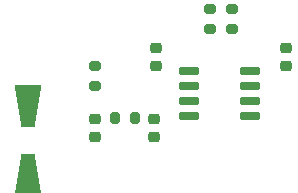
<source format=gbr>
%TF.GenerationSoftware,KiCad,Pcbnew,7.0.2*%
%TF.CreationDate,2023-10-12T22:53:16+02:00*%
%TF.ProjectId,tja1018-breakout,746a6131-3031-4382-9d62-7265616b6f75,rev?*%
%TF.SameCoordinates,Original*%
%TF.FileFunction,Paste,Top*%
%TF.FilePolarity,Positive*%
%FSLAX46Y46*%
G04 Gerber Fmt 4.6, Leading zero omitted, Abs format (unit mm)*
G04 Created by KiCad (PCBNEW 7.0.2) date 2023-10-12 22:53:16*
%MOMM*%
%LPD*%
G01*
G04 APERTURE LIST*
G04 Aperture macros list*
%AMRoundRect*
0 Rectangle with rounded corners*
0 $1 Rounding radius*
0 $2 $3 $4 $5 $6 $7 $8 $9 X,Y pos of 4 corners*
0 Add a 4 corners polygon primitive as box body*
4,1,4,$2,$3,$4,$5,$6,$7,$8,$9,$2,$3,0*
0 Add four circle primitives for the rounded corners*
1,1,$1+$1,$2,$3*
1,1,$1+$1,$4,$5*
1,1,$1+$1,$6,$7*
1,1,$1+$1,$8,$9*
0 Add four rect primitives between the rounded corners*
20,1,$1+$1,$2,$3,$4,$5,0*
20,1,$1+$1,$4,$5,$6,$7,0*
20,1,$1+$1,$6,$7,$8,$9,0*
20,1,$1+$1,$8,$9,$2,$3,0*%
%AMOutline4P*
0 Free polygon, 4 corners , with rotation*
0 The origin of the aperture is its center*
0 number of corners: always 4*
0 $1 to $8 corner X, Y*
0 $9 Rotation angle, in degrees counterclockwise*
0 create outline with 4 corners*
4,1,4,$1,$2,$3,$4,$5,$6,$7,$8,$1,$2,$9*%
G04 Aperture macros list end*
%ADD10Outline4P,-1.800000X-1.150000X1.800000X-0.550000X1.800000X0.550000X-1.800000X1.150000X90.000000*%
%ADD11Outline4P,-1.800000X-1.150000X1.800000X-0.550000X1.800000X0.550000X-1.800000X1.150000X270.000000*%
%ADD12RoundRect,0.200000X-0.275000X0.200000X-0.275000X-0.200000X0.275000X-0.200000X0.275000X0.200000X0*%
%ADD13RoundRect,0.200000X-0.200000X-0.275000X0.200000X-0.275000X0.200000X0.275000X-0.200000X0.275000X0*%
%ADD14RoundRect,0.150000X-0.725000X-0.150000X0.725000X-0.150000X0.725000X0.150000X-0.725000X0.150000X0*%
%ADD15RoundRect,0.225000X0.250000X-0.225000X0.250000X0.225000X-0.250000X0.225000X-0.250000X-0.225000X0*%
%ADD16RoundRect,0.225000X-0.250000X0.225000X-0.250000X-0.225000X0.250000X-0.225000X0.250000X0.225000X0*%
G04 APERTURE END LIST*
D10*
%TO.C,D101*%
X66400000Y-95800000D03*
D11*
X66400000Y-90000000D03*
%TD*%
D12*
%TO.C,R104*%
X81800000Y-81800000D03*
X81800000Y-83450000D03*
%TD*%
%TO.C,R103*%
X83600000Y-83450000D03*
X83600000Y-81800000D03*
%TD*%
D13*
%TO.C,R102*%
X73775000Y-91025000D03*
X75425000Y-91025000D03*
%TD*%
D12*
%TO.C,R101*%
X72000000Y-86600000D03*
X72000000Y-88250000D03*
%TD*%
D14*
%TO.C,U101*%
X80000000Y-87025000D03*
X80000000Y-88295000D03*
X80000000Y-89565000D03*
X80000000Y-90835000D03*
X85150000Y-90835000D03*
X85150000Y-89565000D03*
X85150000Y-88295000D03*
X85150000Y-87025000D03*
%TD*%
D15*
%TO.C,C104*%
X88200000Y-86600000D03*
X88200000Y-85050000D03*
%TD*%
%TO.C,C103*%
X77200000Y-86600000D03*
X77200000Y-85050000D03*
%TD*%
D16*
%TO.C,C102*%
X77000000Y-91050000D03*
X77000000Y-92600000D03*
%TD*%
%TO.C,C101*%
X72000000Y-91050000D03*
X72000000Y-92600000D03*
%TD*%
M02*

</source>
